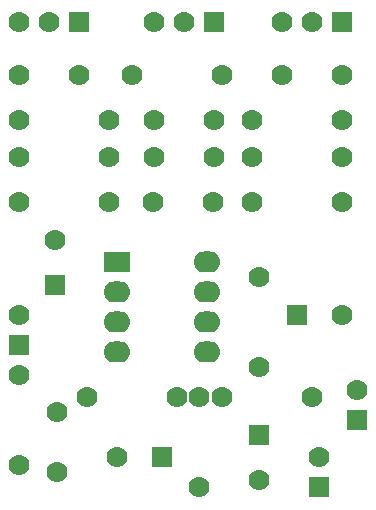
<source format=gbs>
%FSLAX46Y46*%
G04 Gerber Fmt 4.6, Leading zero omitted, Abs format (unit mm)*
G04 Created by KiCad (PCBNEW (2014-09-19 BZR 5142)-product) date 28/09/2014 23:35:33*
%MOMM*%
G01*
G04 APERTURE LIST*
%ADD10C,0.100000*%
%ADD11C,1.778000*%
%ADD12R,1.778000X1.778000*%
%ADD13R,2.286000X1.778000*%
%ADD14O,2.286000X1.778000*%
G04 APERTURE END LIST*
D10*
D11*
X120015000Y-120015000D03*
X120015000Y-114935000D03*
D12*
X119888000Y-104140000D03*
D11*
X119888000Y-100330000D03*
X128270000Y-90170000D03*
X133350000Y-90170000D03*
X128270000Y-93345000D03*
X133350000Y-93345000D03*
X139065000Y-86360000D03*
X144145000Y-86360000D03*
X116840000Y-86360000D03*
X121920000Y-86360000D03*
D12*
X140335000Y-106680000D03*
D11*
X144145000Y-106680000D03*
D12*
X128905000Y-118745000D03*
D11*
X125095000Y-118745000D03*
D12*
X137160000Y-116840000D03*
D11*
X137160000Y-120650000D03*
D12*
X116840000Y-109220000D03*
D11*
X116840000Y-106680000D03*
D12*
X145415000Y-115570000D03*
D11*
X145415000Y-113030000D03*
D12*
X142240000Y-121285000D03*
D11*
X142240000Y-118745000D03*
X116840000Y-119380000D03*
X116840000Y-111760000D03*
X130175000Y-113665000D03*
X122555000Y-113665000D03*
X124460000Y-90170000D03*
X116840000Y-90170000D03*
X124460000Y-93345000D03*
X116840000Y-93345000D03*
X116840000Y-97155000D03*
X124460000Y-97155000D03*
X133985000Y-86360000D03*
X126365000Y-86360000D03*
X144145000Y-90170000D03*
X136525000Y-90170000D03*
X144145000Y-93345000D03*
X136525000Y-93345000D03*
X144145000Y-97155000D03*
X136525000Y-97155000D03*
X137160000Y-111125000D03*
X137160000Y-103505000D03*
X133985000Y-113665000D03*
X141605000Y-113665000D03*
X132080000Y-121285000D03*
X132080000Y-113665000D03*
D12*
X144145000Y-81915000D03*
D11*
X141605000Y-81915000D03*
X139065000Y-81915000D03*
D12*
X133350000Y-81915000D03*
D11*
X130810000Y-81915000D03*
X128270000Y-81915000D03*
D12*
X121920000Y-81915000D03*
D11*
X119380000Y-81915000D03*
X116840000Y-81915000D03*
D13*
X125095000Y-102235000D03*
D14*
X125095000Y-104775000D03*
X125095000Y-107315000D03*
X125095000Y-109855000D03*
X132715000Y-109855000D03*
X132715000Y-107315000D03*
X132715000Y-104775000D03*
X132715000Y-102235000D03*
D11*
X128143000Y-97155000D03*
X133223000Y-97155000D03*
M02*

</source>
